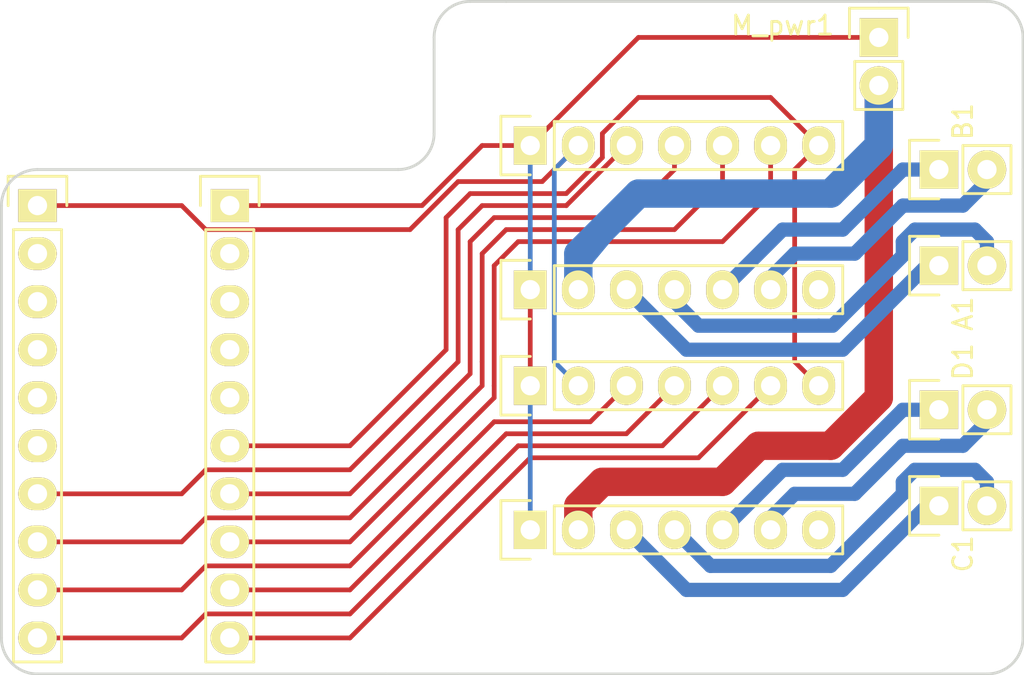
<source format=kicad_pcb>
(kicad_pcb (version 20171130) (host pcbnew "(5.1.12)-1")

  (general
    (thickness 1.6)
    (drawings 38)
    (tracks 190)
    (zones 0)
    (modules 11)
    (nets 32)
  )

  (page A4)
  (layers
    (0 F.Cu signal)
    (31 B.Cu signal)
    (32 B.Adhes user hide)
    (33 F.Adhes user hide)
    (34 B.Paste user hide)
    (35 F.Paste user hide)
    (36 B.SilkS user hide)
    (37 F.SilkS user hide)
    (38 B.Mask user hide)
    (39 F.Mask user hide)
    (40 Dwgs.User user hide)
    (41 Cmts.User user hide)
    (42 Eco1.User user hide)
    (43 Eco2.User user hide)
    (44 Edge.Cuts user)
    (45 Margin user hide)
    (46 B.CrtYd user hide)
    (47 F.CrtYd user hide)
    (48 B.Fab user hide)
    (49 F.Fab user hide)
  )

  (setup
    (last_trace_width 0.25)
    (trace_clearance 0.2)
    (zone_clearance 0.508)
    (zone_45_only no)
    (trace_min 0.2)
    (via_size 0.6)
    (via_drill 0.4)
    (via_min_size 0.4)
    (via_min_drill 0.3)
    (uvia_size 0.3)
    (uvia_drill 0.1)
    (uvias_allowed no)
    (uvia_min_size 0.2)
    (uvia_min_drill 0.1)
    (edge_width 0.15)
    (segment_width 0.2)
    (pcb_text_width 0.3)
    (pcb_text_size 1.5 1.5)
    (mod_edge_width 0.15)
    (mod_text_size 1 1)
    (mod_text_width 0.15)
    (pad_size 1.524 1.524)
    (pad_drill 0.762)
    (pad_to_mask_clearance -0.0762)
    (pad_to_paste_clearance -0.0762)
    (aux_axis_origin 0 0)
    (grid_origin 57.785 102.235)
    (visible_elements 7FFFEFFF)
    (pcbplotparams
      (layerselection 0x010c0_80000001)
      (usegerberextensions false)
      (usegerberattributes true)
      (usegerberadvancedattributes true)
      (creategerberjobfile true)
      (excludeedgelayer true)
      (linewidth 0.100000)
      (plotframeref false)
      (viasonmask false)
      (mode 1)
      (useauxorigin false)
      (hpglpennumber 1)
      (hpglpenspeed 20)
      (hpglpendiameter 15.000000)
      (psnegative false)
      (psa4output false)
      (plotreference true)
      (plotvalue true)
      (plotinvisibletext false)
      (padsonsilk false)
      (subtractmaskfromsilk false)
      (outputformat 1)
      (mirror false)
      (drillshape 0)
      (scaleselection 1)
      (outputdirectory "GPIO to motor gerb/"))
  )

  (net 0 "")
  (net 1 "Net-(A1-Pad1)")
  (net 2 "Net-(A1-Pad2)")
  (net 3 "Net-(B1-Pad1)")
  (net 4 "Net-(B1-Pad2)")
  (net 5 "Net-(C1-Pad1)")
  (net 6 "Net-(C1-Pad2)")
  (net 7 "Net-(D1-Pad1)")
  (net 8 "Net-(D1-Pad2)")
  (net 9 "Net-(GPIO1-Pad2)")
  (net 10 "Net-(GPIO1-Pad3)")
  (net 11 "Net-(GPIO1-Pad4)")
  (net 12 "Net-(GPIO1-Pad5)")
  (net 13 "Net-(GPIO1-Pad6)")
  (net 14 "Net-(GPIO1-Pad7)")
  (net 15 "Net-(GPIO1-Pad8)")
  (net 16 "Net-(GPIO1-Pad9)")
  (net 17 "Net-(GPIO1-Pad10)")
  (net 18 "Net-(PWM1-Pad2)")
  (net 19 "Net-(PWM1-Pad3)")
  (net 20 "Net-(PWM1-Pad4)")
  (net 21 "Net-(PWM1-Pad5)")
  (net 22 "Net-(PWM1-Pad6)")
  (net 23 "Net-(MaL2-Pad7)")
  (net 24 "Net-(MaR1-Pad3)")
  (net 25 "Net-(MaR1-Pad5)")
  (net 26 "Net-(MbL2-Pad7)")
  (net 27 "Net-(MbR1-Pad3)")
  (net 28 "Net-(MbR1-Pad5)")
  (net 29 GND)
  (net 30 +BATT)
  (net 31 +3V3)

  (net_class Default "This is the default net class."
    (clearance 0.2)
    (trace_width 0.25)
    (via_dia 0.6)
    (via_drill 0.4)
    (uvia_dia 0.3)
    (uvia_drill 0.1)
  )

  (net_class +3.3V ""
    (clearance 0.2)
    (trace_width 0.25)
    (via_dia 0.6)
    (via_drill 0.4)
    (uvia_dia 0.3)
    (uvia_drill 0.1)
    (add_net +3V3)
  )

  (net_class +Batt ""
    (clearance 0.2)
    (trace_width 1.5)
    (via_dia 0.6)
    (via_drill 0.4)
    (uvia_dia 0.3)
    (uvia_drill 0.1)
    (add_net +BATT)
  )

  (net_class GND ""
    (clearance 0.2)
    (trace_width 0.25)
    (via_dia 0.6)
    (via_drill 0.4)
    (uvia_dia 0.3)
    (uvia_drill 0.1)
    (add_net GND)
  )

  (net_class Motors ""
    (clearance 0.2)
    (trace_width 0.75)
    (via_dia 0.6)
    (via_drill 0.4)
    (uvia_dia 0.3)
    (uvia_drill 0.1)
    (add_net "Net-(A1-Pad1)")
    (add_net "Net-(A1-Pad2)")
    (add_net "Net-(B1-Pad1)")
    (add_net "Net-(B1-Pad2)")
    (add_net "Net-(C1-Pad1)")
    (add_net "Net-(C1-Pad2)")
    (add_net "Net-(D1-Pad1)")
    (add_net "Net-(D1-Pad2)")
  )

  (net_class Signal ""
    (clearance 0.2)
    (trace_width 0.25)
    (via_dia 0.6)
    (via_drill 0.4)
    (uvia_dia 0.3)
    (uvia_drill 0.1)
    (add_net "Net-(GPIO1-Pad10)")
    (add_net "Net-(GPIO1-Pad2)")
    (add_net "Net-(GPIO1-Pad3)")
    (add_net "Net-(GPIO1-Pad4)")
    (add_net "Net-(GPIO1-Pad5)")
    (add_net "Net-(GPIO1-Pad6)")
    (add_net "Net-(GPIO1-Pad7)")
    (add_net "Net-(GPIO1-Pad8)")
    (add_net "Net-(GPIO1-Pad9)")
    (add_net "Net-(MaL2-Pad7)")
    (add_net "Net-(MaR1-Pad3)")
    (add_net "Net-(MaR1-Pad5)")
    (add_net "Net-(MbL2-Pad7)")
    (add_net "Net-(MbR1-Pad3)")
    (add_net "Net-(MbR1-Pad5)")
    (add_net "Net-(PWM1-Pad2)")
    (add_net "Net-(PWM1-Pad3)")
    (add_net "Net-(PWM1-Pad4)")
    (add_net "Net-(PWM1-Pad5)")
    (add_net "Net-(PWM1-Pad6)")
  )

  (module Pin_Headers:Pin_Header_Straight_1x07 (layer F.Cu) (tedit 56A276F2) (tstamp 56A1B505)
    (at 85.725 86.995 90)
    (descr "Through hole pin header")
    (tags "pin header")
    (path /56A14DE8)
    (fp_text reference MaR1 (at 8.89 -63.5 90) (layer F.SilkS)
      (effects (font (size 1 1) (thickness 0.15)))
    )
    (fp_text value CONN_01X07 (at 40.005 -89.535 90) (layer F.Fab)
      (effects (font (size 1 1) (thickness 0.15)))
    )
    (fp_line (start -1.55 -1.55) (end 1.55 -1.55) (layer F.SilkS) (width 0.15))
    (fp_line (start -1.55 0) (end -1.55 -1.55) (layer F.SilkS) (width 0.15))
    (fp_line (start 1.27 1.27) (end -1.27 1.27) (layer F.SilkS) (width 0.15))
    (fp_line (start 1.55 -1.55) (end 1.55 0) (layer F.SilkS) (width 0.15))
    (fp_line (start -1.27 16.51) (end -1.27 1.27) (layer F.SilkS) (width 0.15))
    (fp_line (start 1.27 16.51) (end -1.27 16.51) (layer F.SilkS) (width 0.15))
    (fp_line (start 1.27 1.27) (end 1.27 16.51) (layer F.SilkS) (width 0.15))
    (fp_line (start -1.75 17) (end 1.75 17) (layer F.CrtYd) (width 0.05))
    (fp_line (start -1.75 -1.75) (end 1.75 -1.75) (layer F.CrtYd) (width 0.05))
    (fp_line (start 1.75 -1.75) (end 1.75 17) (layer F.CrtYd) (width 0.05))
    (fp_line (start -1.75 -1.75) (end -1.75 17) (layer F.CrtYd) (width 0.05))
    (pad 1 thru_hole rect (at 0 0 90) (size 2.032 1.7272) (drill 1.016) (layers *.Cu *.Mask F.SilkS)
      (net 29 GND))
    (pad 2 thru_hole oval (at 0 2.54 90) (size 2.032 1.7272) (drill 1.016) (layers *.Cu *.Mask F.SilkS)
      (net 31 +3V3))
    (pad 3 thru_hole oval (at 0 5.08 90) (size 2.032 1.7272) (drill 1.016) (layers *.Cu *.Mask F.SilkS)
      (net 24 "Net-(MaR1-Pad3)"))
    (pad 4 thru_hole oval (at 0 7.62 90) (size 2.032 1.7272) (drill 1.016) (layers *.Cu *.Mask F.SilkS)
      (net 16 "Net-(GPIO1-Pad9)"))
    (pad 5 thru_hole oval (at 0 10.16 90) (size 2.032 1.7272) (drill 1.016) (layers *.Cu *.Mask F.SilkS)
      (net 25 "Net-(MaR1-Pad5)"))
    (pad 6 thru_hole oval (at 0 12.7 90) (size 2.032 1.7272) (drill 1.016) (layers *.Cu *.Mask F.SilkS)
      (net 17 "Net-(GPIO1-Pad10)"))
    (pad 7 thru_hole oval (at 0 15.24 90) (size 2.032 1.7272) (drill 1.016) (layers *.Cu *.Mask F.SilkS)
      (net 13 "Net-(GPIO1-Pad6)"))
    (model Pin_Headers.3dshapes/Pin_Header_Straight_1x07.wrl
      (offset (xyz 0 -7.619999885559082 0))
      (scale (xyz 1 1 1))
      (rotate (xyz 0 0 90))
    )
  )

  (module Pin_Headers:Pin_Header_Straight_1x10 (layer F.Cu) (tedit 56A276E8) (tstamp 56A1B55B)
    (at 59.69 77.47)
    (descr "Through hole pin header")
    (tags "pin header")
    (path /56A14C5A)
    (fp_text reference PWM1 (at -30.48 -3.81) (layer F.SilkS)
      (effects (font (size 1 1) (thickness 0.15)))
    )
    (fp_text value CONN_01X10 (at -63.5 -33.02) (layer F.Fab)
      (effects (font (size 1 1) (thickness 0.15)))
    )
    (fp_line (start -1.55 -1.55) (end 1.55 -1.55) (layer F.SilkS) (width 0.15))
    (fp_line (start -1.55 0) (end -1.55 -1.55) (layer F.SilkS) (width 0.15))
    (fp_line (start 1.27 1.27) (end -1.27 1.27) (layer F.SilkS) (width 0.15))
    (fp_line (start 1.55 -1.55) (end 1.55 0) (layer F.SilkS) (width 0.15))
    (fp_line (start -1.27 24.13) (end -1.27 1.27) (layer F.SilkS) (width 0.15))
    (fp_line (start 1.27 24.13) (end -1.27 24.13) (layer F.SilkS) (width 0.15))
    (fp_line (start 1.27 1.27) (end 1.27 24.13) (layer F.SilkS) (width 0.15))
    (fp_line (start -1.75 24.65) (end 1.75 24.65) (layer F.CrtYd) (width 0.05))
    (fp_line (start -1.75 -1.75) (end 1.75 -1.75) (layer F.CrtYd) (width 0.05))
    (fp_line (start 1.75 -1.75) (end 1.75 24.65) (layer F.CrtYd) (width 0.05))
    (fp_line (start -1.75 -1.75) (end -1.75 24.65) (layer F.CrtYd) (width 0.05))
    (pad 1 thru_hole rect (at 0 0) (size 2.032 1.7272) (drill 1.016) (layers *.Cu *.Mask F.SilkS)
      (net 31 +3V3))
    (pad 2 thru_hole oval (at 0 2.54) (size 2.032 1.7272) (drill 1.016) (layers *.Cu *.Mask F.SilkS)
      (net 18 "Net-(PWM1-Pad2)"))
    (pad 3 thru_hole oval (at 0 5.08) (size 2.032 1.7272) (drill 1.016) (layers *.Cu *.Mask F.SilkS)
      (net 19 "Net-(PWM1-Pad3)"))
    (pad 4 thru_hole oval (at 0 7.62) (size 2.032 1.7272) (drill 1.016) (layers *.Cu *.Mask F.SilkS)
      (net 20 "Net-(PWM1-Pad4)"))
    (pad 5 thru_hole oval (at 0 10.16) (size 2.032 1.7272) (drill 1.016) (layers *.Cu *.Mask F.SilkS)
      (net 21 "Net-(PWM1-Pad5)"))
    (pad 6 thru_hole oval (at 0 12.7) (size 2.032 1.7272) (drill 1.016) (layers *.Cu *.Mask F.SilkS)
      (net 22 "Net-(PWM1-Pad6)"))
    (pad 7 thru_hole oval (at 0 15.24) (size 2.032 1.7272) (drill 1.016) (layers *.Cu *.Mask F.SilkS)
      (net 27 "Net-(MbR1-Pad3)"))
    (pad 8 thru_hole oval (at 0 17.78) (size 2.032 1.7272) (drill 1.016) (layers *.Cu *.Mask F.SilkS)
      (net 28 "Net-(MbR1-Pad5)"))
    (pad 9 thru_hole oval (at 0 20.32) (size 2.032 1.7272) (drill 1.016) (layers *.Cu *.Mask F.SilkS)
      (net 24 "Net-(MaR1-Pad3)"))
    (pad 10 thru_hole oval (at 0 22.86) (size 2.032 1.7272) (drill 1.016) (layers *.Cu *.Mask F.SilkS)
      (net 25 "Net-(MaR1-Pad5)"))
    (model Pin_Headers.3dshapes/Pin_Header_Straight_1x10.wrl
      (offset (xyz 0 -11.42999982833862 0))
      (scale (xyz 1 1 1))
      (rotate (xyz 0 0 90))
    )
  )

  (module Pin_Headers:Pin_Header_Straight_1x02 (layer F.Cu) (tedit 56A1EBB2) (tstamp 56A1B48D)
    (at 107.315 80.645 90)
    (descr "Through hole pin header")
    (tags "pin header")
    (path /56A15AE3)
    (fp_text reference A1 (at -2.54 1.27 90) (layer F.SilkS)
      (effects (font (size 1 1) (thickness 0.15)))
    )
    (fp_text value CONN_01X02 (at 38.1 -110.49 90) (layer F.Fab)
      (effects (font (size 1 1) (thickness 0.15)))
    )
    (fp_line (start -1.27 3.81) (end 1.27 3.81) (layer F.SilkS) (width 0.15))
    (fp_line (start -1.27 1.27) (end -1.27 3.81) (layer F.SilkS) (width 0.15))
    (fp_line (start -1.55 -1.55) (end 1.55 -1.55) (layer F.SilkS) (width 0.15))
    (fp_line (start -1.55 0) (end -1.55 -1.55) (layer F.SilkS) (width 0.15))
    (fp_line (start 1.27 1.27) (end -1.27 1.27) (layer F.SilkS) (width 0.15))
    (fp_line (start -1.75 4.3) (end 1.75 4.3) (layer F.CrtYd) (width 0.05))
    (fp_line (start -1.75 -1.75) (end 1.75 -1.75) (layer F.CrtYd) (width 0.05))
    (fp_line (start 1.75 -1.75) (end 1.75 4.3) (layer F.CrtYd) (width 0.05))
    (fp_line (start -1.75 -1.75) (end -1.75 4.3) (layer F.CrtYd) (width 0.05))
    (fp_line (start 1.55 -1.55) (end 1.55 0) (layer F.SilkS) (width 0.15))
    (fp_line (start 1.27 1.27) (end 1.27 3.81) (layer F.SilkS) (width 0.15))
    (pad 1 thru_hole rect (at 0 0 90) (size 2.032 2.032) (drill 1.016) (layers *.Cu *.Mask F.SilkS)
      (net 1 "Net-(A1-Pad1)"))
    (pad 2 thru_hole oval (at 0 2.54 90) (size 2.032 2.032) (drill 1.016) (layers *.Cu *.Mask F.SilkS)
      (net 2 "Net-(A1-Pad2)"))
    (model Pin_Headers.3dshapes/Pin_Header_Straight_1x02.wrl
      (offset (xyz 0 -1.269999980926514 0))
      (scale (xyz 1 1 1))
      (rotate (xyz 0 0 90))
    )
  )

  (module Pin_Headers:Pin_Header_Straight_1x02 (layer F.Cu) (tedit 56A1EBBF) (tstamp 56A1B49E)
    (at 107.315 75.565 90)
    (descr "Through hole pin header")
    (tags "pin header")
    (path /56A15BA7)
    (fp_text reference B1 (at 2.54 1.27 90) (layer F.SilkS)
      (effects (font (size 1 1) (thickness 0.15)))
    )
    (fp_text value CONN_01X02 (at 29.21 -111.76 90) (layer F.Fab)
      (effects (font (size 1 1) (thickness 0.15)))
    )
    (fp_line (start -1.27 3.81) (end 1.27 3.81) (layer F.SilkS) (width 0.15))
    (fp_line (start -1.27 1.27) (end -1.27 3.81) (layer F.SilkS) (width 0.15))
    (fp_line (start -1.55 -1.55) (end 1.55 -1.55) (layer F.SilkS) (width 0.15))
    (fp_line (start -1.55 0) (end -1.55 -1.55) (layer F.SilkS) (width 0.15))
    (fp_line (start 1.27 1.27) (end -1.27 1.27) (layer F.SilkS) (width 0.15))
    (fp_line (start -1.75 4.3) (end 1.75 4.3) (layer F.CrtYd) (width 0.05))
    (fp_line (start -1.75 -1.75) (end 1.75 -1.75) (layer F.CrtYd) (width 0.05))
    (fp_line (start 1.75 -1.75) (end 1.75 4.3) (layer F.CrtYd) (width 0.05))
    (fp_line (start -1.75 -1.75) (end -1.75 4.3) (layer F.CrtYd) (width 0.05))
    (fp_line (start 1.55 -1.55) (end 1.55 0) (layer F.SilkS) (width 0.15))
    (fp_line (start 1.27 1.27) (end 1.27 3.81) (layer F.SilkS) (width 0.15))
    (pad 1 thru_hole rect (at 0 0 90) (size 2.032 2.032) (drill 1.016) (layers *.Cu *.Mask F.SilkS)
      (net 3 "Net-(B1-Pad1)"))
    (pad 2 thru_hole oval (at 0 2.54 90) (size 2.032 2.032) (drill 1.016) (layers *.Cu *.Mask F.SilkS)
      (net 4 "Net-(B1-Pad2)"))
    (model Pin_Headers.3dshapes/Pin_Header_Straight_1x02.wrl
      (offset (xyz 0 -1.269999980926514 0))
      (scale (xyz 1 1 1))
      (rotate (xyz 0 0 90))
    )
  )

  (module Pin_Headers:Pin_Header_Straight_1x02 (layer F.Cu) (tedit 56A1EBC8) (tstamp 56A1B4AF)
    (at 107.315 93.345 90)
    (descr "Through hole pin header")
    (tags "pin header")
    (path /56A15C0A)
    (fp_text reference C1 (at -2.54 1.27 90) (layer F.SilkS)
      (effects (font (size 1 1) (thickness 0.15)))
    )
    (fp_text value CONN_01X02 (at 47.625 -110.49 90) (layer F.Fab)
      (effects (font (size 1 1) (thickness 0.15)))
    )
    (fp_line (start -1.27 3.81) (end 1.27 3.81) (layer F.SilkS) (width 0.15))
    (fp_line (start -1.27 1.27) (end -1.27 3.81) (layer F.SilkS) (width 0.15))
    (fp_line (start -1.55 -1.55) (end 1.55 -1.55) (layer F.SilkS) (width 0.15))
    (fp_line (start -1.55 0) (end -1.55 -1.55) (layer F.SilkS) (width 0.15))
    (fp_line (start 1.27 1.27) (end -1.27 1.27) (layer F.SilkS) (width 0.15))
    (fp_line (start -1.75 4.3) (end 1.75 4.3) (layer F.CrtYd) (width 0.05))
    (fp_line (start -1.75 -1.75) (end 1.75 -1.75) (layer F.CrtYd) (width 0.05))
    (fp_line (start 1.75 -1.75) (end 1.75 4.3) (layer F.CrtYd) (width 0.05))
    (fp_line (start -1.75 -1.75) (end -1.75 4.3) (layer F.CrtYd) (width 0.05))
    (fp_line (start 1.55 -1.55) (end 1.55 0) (layer F.SilkS) (width 0.15))
    (fp_line (start 1.27 1.27) (end 1.27 3.81) (layer F.SilkS) (width 0.15))
    (pad 1 thru_hole rect (at 0 0 90) (size 2.032 2.032) (drill 1.016) (layers *.Cu *.Mask F.SilkS)
      (net 5 "Net-(C1-Pad1)"))
    (pad 2 thru_hole oval (at 0 2.54 90) (size 2.032 2.032) (drill 1.016) (layers *.Cu *.Mask F.SilkS)
      (net 6 "Net-(C1-Pad2)"))
    (model Pin_Headers.3dshapes/Pin_Header_Straight_1x02.wrl
      (offset (xyz 0 -1.269999980926514 0))
      (scale (xyz 1 1 1))
      (rotate (xyz 0 0 90))
    )
  )

  (module Pin_Headers:Pin_Header_Straight_1x02 (layer F.Cu) (tedit 56A1EBB5) (tstamp 56A1B4C0)
    (at 107.315 88.265 90)
    (descr "Through hole pin header")
    (tags "pin header")
    (path /56A15C58)
    (fp_text reference D1 (at 2.54 1.27 90) (layer F.SilkS)
      (effects (font (size 1 1) (thickness 0.15)))
    )
    (fp_text value CONN_01X02 (at 45.72 -106.68 90) (layer F.Fab)
      (effects (font (size 1 1) (thickness 0.15)))
    )
    (fp_line (start -1.27 3.81) (end 1.27 3.81) (layer F.SilkS) (width 0.15))
    (fp_line (start -1.27 1.27) (end -1.27 3.81) (layer F.SilkS) (width 0.15))
    (fp_line (start -1.55 -1.55) (end 1.55 -1.55) (layer F.SilkS) (width 0.15))
    (fp_line (start -1.55 0) (end -1.55 -1.55) (layer F.SilkS) (width 0.15))
    (fp_line (start 1.27 1.27) (end -1.27 1.27) (layer F.SilkS) (width 0.15))
    (fp_line (start -1.75 4.3) (end 1.75 4.3) (layer F.CrtYd) (width 0.05))
    (fp_line (start -1.75 -1.75) (end 1.75 -1.75) (layer F.CrtYd) (width 0.05))
    (fp_line (start 1.75 -1.75) (end 1.75 4.3) (layer F.CrtYd) (width 0.05))
    (fp_line (start -1.75 -1.75) (end -1.75 4.3) (layer F.CrtYd) (width 0.05))
    (fp_line (start 1.55 -1.55) (end 1.55 0) (layer F.SilkS) (width 0.15))
    (fp_line (start 1.27 1.27) (end 1.27 3.81) (layer F.SilkS) (width 0.15))
    (pad 1 thru_hole rect (at 0 0 90) (size 2.032 2.032) (drill 1.016) (layers *.Cu *.Mask F.SilkS)
      (net 7 "Net-(D1-Pad1)"))
    (pad 2 thru_hole oval (at 0 2.54 90) (size 2.032 2.032) (drill 1.016) (layers *.Cu *.Mask F.SilkS)
      (net 8 "Net-(D1-Pad2)"))
    (model Pin_Headers.3dshapes/Pin_Header_Straight_1x02.wrl
      (offset (xyz 0 -1.269999980926514 0))
      (scale (xyz 1 1 1))
      (rotate (xyz 0 0 90))
    )
  )

  (module Pin_Headers:Pin_Header_Straight_1x10 (layer F.Cu) (tedit 56A276EA) (tstamp 56A1B4D9)
    (at 69.85 77.47)
    (descr "Through hole pin header")
    (tags "pin header")
    (path /56A14A47)
    (fp_text reference GPIO1 (at -41.91 -1.27) (layer F.SilkS)
      (effects (font (size 1 1) (thickness 0.15)))
    )
    (fp_text value CONN_01X10 (at -74.93 -34.29) (layer F.Fab)
      (effects (font (size 1 1) (thickness 0.15)))
    )
    (fp_line (start -1.55 -1.55) (end 1.55 -1.55) (layer F.SilkS) (width 0.15))
    (fp_line (start -1.55 0) (end -1.55 -1.55) (layer F.SilkS) (width 0.15))
    (fp_line (start 1.27 1.27) (end -1.27 1.27) (layer F.SilkS) (width 0.15))
    (fp_line (start 1.55 -1.55) (end 1.55 0) (layer F.SilkS) (width 0.15))
    (fp_line (start -1.27 24.13) (end -1.27 1.27) (layer F.SilkS) (width 0.15))
    (fp_line (start 1.27 24.13) (end -1.27 24.13) (layer F.SilkS) (width 0.15))
    (fp_line (start 1.27 1.27) (end 1.27 24.13) (layer F.SilkS) (width 0.15))
    (fp_line (start -1.75 24.65) (end 1.75 24.65) (layer F.CrtYd) (width 0.05))
    (fp_line (start -1.75 -1.75) (end 1.75 -1.75) (layer F.CrtYd) (width 0.05))
    (fp_line (start 1.75 -1.75) (end 1.75 24.65) (layer F.CrtYd) (width 0.05))
    (fp_line (start -1.75 -1.75) (end -1.75 24.65) (layer F.CrtYd) (width 0.05))
    (pad 1 thru_hole rect (at 0 0) (size 2.032 1.7272) (drill 1.016) (layers *.Cu *.Mask F.SilkS)
      (net 29 GND))
    (pad 2 thru_hole oval (at 0 2.54) (size 2.032 1.7272) (drill 1.016) (layers *.Cu *.Mask F.SilkS)
      (net 9 "Net-(GPIO1-Pad2)"))
    (pad 3 thru_hole oval (at 0 5.08) (size 2.032 1.7272) (drill 1.016) (layers *.Cu *.Mask F.SilkS)
      (net 10 "Net-(GPIO1-Pad3)"))
    (pad 4 thru_hole oval (at 0 7.62) (size 2.032 1.7272) (drill 1.016) (layers *.Cu *.Mask F.SilkS)
      (net 11 "Net-(GPIO1-Pad4)"))
    (pad 5 thru_hole oval (at 0 10.16) (size 2.032 1.7272) (drill 1.016) (layers *.Cu *.Mask F.SilkS)
      (net 12 "Net-(GPIO1-Pad5)"))
    (pad 6 thru_hole oval (at 0 12.7) (size 2.032 1.7272) (drill 1.016) (layers *.Cu *.Mask F.SilkS)
      (net 13 "Net-(GPIO1-Pad6)"))
    (pad 7 thru_hole oval (at 0 15.24) (size 2.032 1.7272) (drill 1.016) (layers *.Cu *.Mask F.SilkS)
      (net 14 "Net-(GPIO1-Pad7)"))
    (pad 8 thru_hole oval (at 0 17.78) (size 2.032 1.7272) (drill 1.016) (layers *.Cu *.Mask F.SilkS)
      (net 15 "Net-(GPIO1-Pad8)"))
    (pad 9 thru_hole oval (at 0 20.32) (size 2.032 1.7272) (drill 1.016) (layers *.Cu *.Mask F.SilkS)
      (net 16 "Net-(GPIO1-Pad9)"))
    (pad 10 thru_hole oval (at 0 22.86) (size 2.032 1.7272) (drill 1.016) (layers *.Cu *.Mask F.SilkS)
      (net 17 "Net-(GPIO1-Pad10)"))
    (model Pin_Headers.3dshapes/Pin_Header_Straight_1x10.wrl
      (offset (xyz 0 -11.42999982833862 0))
      (scale (xyz 1 1 1))
      (rotate (xyz 0 0 90))
    )
  )

  (module Pin_Headers:Pin_Header_Straight_1x07 (layer F.Cu) (tedit 56A276F0) (tstamp 56A1B4EF)
    (at 85.725 94.615 90)
    (descr "Through hole pin header")
    (tags "pin header")
    (path /56A1532E)
    (fp_text reference MaL2 (at 8.89 -60.96 90) (layer F.SilkS)
      (effects (font (size 1 1) (thickness 0.15)))
    )
    (fp_text value CONN_01X07 (at 43.815 -85.09 90) (layer F.Fab)
      (effects (font (size 1 1) (thickness 0.15)))
    )
    (fp_line (start -1.55 -1.55) (end 1.55 -1.55) (layer F.SilkS) (width 0.15))
    (fp_line (start -1.55 0) (end -1.55 -1.55) (layer F.SilkS) (width 0.15))
    (fp_line (start 1.27 1.27) (end -1.27 1.27) (layer F.SilkS) (width 0.15))
    (fp_line (start 1.55 -1.55) (end 1.55 0) (layer F.SilkS) (width 0.15))
    (fp_line (start -1.27 16.51) (end -1.27 1.27) (layer F.SilkS) (width 0.15))
    (fp_line (start 1.27 16.51) (end -1.27 16.51) (layer F.SilkS) (width 0.15))
    (fp_line (start 1.27 1.27) (end 1.27 16.51) (layer F.SilkS) (width 0.15))
    (fp_line (start -1.75 17) (end 1.75 17) (layer F.CrtYd) (width 0.05))
    (fp_line (start -1.75 -1.75) (end 1.75 -1.75) (layer F.CrtYd) (width 0.05))
    (fp_line (start 1.75 -1.75) (end 1.75 17) (layer F.CrtYd) (width 0.05))
    (fp_line (start -1.75 -1.75) (end -1.75 17) (layer F.CrtYd) (width 0.05))
    (pad 1 thru_hole rect (at 0 0 90) (size 2.032 1.7272) (drill 1.016) (layers *.Cu *.Mask F.SilkS)
      (net 29 GND))
    (pad 2 thru_hole oval (at 0 2.54 90) (size 2.032 1.7272) (drill 1.016) (layers *.Cu *.Mask F.SilkS)
      (net 30 +BATT))
    (pad 3 thru_hole oval (at 0 5.08 90) (size 2.032 1.7272) (drill 1.016) (layers *.Cu *.Mask F.SilkS)
      (net 5 "Net-(C1-Pad1)"))
    (pad 4 thru_hole oval (at 0 7.62 90) (size 2.032 1.7272) (drill 1.016) (layers *.Cu *.Mask F.SilkS)
      (net 6 "Net-(C1-Pad2)"))
    (pad 5 thru_hole oval (at 0 10.16 90) (size 2.032 1.7272) (drill 1.016) (layers *.Cu *.Mask F.SilkS)
      (net 7 "Net-(D1-Pad1)"))
    (pad 6 thru_hole oval (at 0 12.7 90) (size 2.032 1.7272) (drill 1.016) (layers *.Cu *.Mask F.SilkS)
      (net 8 "Net-(D1-Pad2)"))
    (pad 7 thru_hole oval (at 0 15.24 90) (size 2.032 1.7272) (drill 1.016) (layers *.Cu *.Mask F.SilkS)
      (net 23 "Net-(MaL2-Pad7)"))
    (model Pin_Headers.3dshapes/Pin_Header_Straight_1x07.wrl
      (offset (xyz 0 -7.619999885559082 0))
      (scale (xyz 1 1 1))
      (rotate (xyz 0 0 90))
    )
  )

  (module Pin_Headers:Pin_Header_Straight_1x07 (layer F.Cu) (tedit 56A276EE) (tstamp 56A1B51B)
    (at 85.725 81.915 90)
    (descr "Through hole pin header")
    (tags "pin header")
    (path /56A152E5)
    (fp_text reference MbL2 (at -3.175 -62.865 90) (layer F.SilkS)
      (effects (font (size 1 1) (thickness 0.15)))
    )
    (fp_text value CONN_01X07 (at 12.065 -89.535 90) (layer F.Fab)
      (effects (font (size 1 1) (thickness 0.15)))
    )
    (fp_line (start -1.55 -1.55) (end 1.55 -1.55) (layer F.SilkS) (width 0.15))
    (fp_line (start -1.55 0) (end -1.55 -1.55) (layer F.SilkS) (width 0.15))
    (fp_line (start 1.27 1.27) (end -1.27 1.27) (layer F.SilkS) (width 0.15))
    (fp_line (start 1.55 -1.55) (end 1.55 0) (layer F.SilkS) (width 0.15))
    (fp_line (start -1.27 16.51) (end -1.27 1.27) (layer F.SilkS) (width 0.15))
    (fp_line (start 1.27 16.51) (end -1.27 16.51) (layer F.SilkS) (width 0.15))
    (fp_line (start 1.27 1.27) (end 1.27 16.51) (layer F.SilkS) (width 0.15))
    (fp_line (start -1.75 17) (end 1.75 17) (layer F.CrtYd) (width 0.05))
    (fp_line (start -1.75 -1.75) (end 1.75 -1.75) (layer F.CrtYd) (width 0.05))
    (fp_line (start 1.75 -1.75) (end 1.75 17) (layer F.CrtYd) (width 0.05))
    (fp_line (start -1.75 -1.75) (end -1.75 17) (layer F.CrtYd) (width 0.05))
    (pad 1 thru_hole rect (at 0 0 90) (size 2.032 1.7272) (drill 1.016) (layers *.Cu *.Mask F.SilkS)
      (net 29 GND))
    (pad 2 thru_hole oval (at 0 2.54 90) (size 2.032 1.7272) (drill 1.016) (layers *.Cu *.Mask F.SilkS)
      (net 30 +BATT))
    (pad 3 thru_hole oval (at 0 5.08 90) (size 2.032 1.7272) (drill 1.016) (layers *.Cu *.Mask F.SilkS)
      (net 1 "Net-(A1-Pad1)"))
    (pad 4 thru_hole oval (at 0 7.62 90) (size 2.032 1.7272) (drill 1.016) (layers *.Cu *.Mask F.SilkS)
      (net 2 "Net-(A1-Pad2)"))
    (pad 5 thru_hole oval (at 0 10.16 90) (size 2.032 1.7272) (drill 1.016) (layers *.Cu *.Mask F.SilkS)
      (net 3 "Net-(B1-Pad1)"))
    (pad 6 thru_hole oval (at 0 12.7 90) (size 2.032 1.7272) (drill 1.016) (layers *.Cu *.Mask F.SilkS)
      (net 4 "Net-(B1-Pad2)"))
    (pad 7 thru_hole oval (at 0 15.24 90) (size 2.032 1.7272) (drill 1.016) (layers *.Cu *.Mask F.SilkS)
      (net 26 "Net-(MbL2-Pad7)"))
    (model Pin_Headers.3dshapes/Pin_Header_Straight_1x07.wrl
      (offset (xyz 0 -7.619999885559082 0))
      (scale (xyz 1 1 1))
      (rotate (xyz 0 0 90))
    )
  )

  (module Pin_Headers:Pin_Header_Straight_1x07 (layer F.Cu) (tedit 56A276EC) (tstamp 56A1B531)
    (at 85.725 74.295 90)
    (descr "Through hole pin header")
    (tags "pin header")
    (path /56A14D21)
    (fp_text reference MbR1 (at -5.08 -59.055 90) (layer F.SilkS)
      (effects (font (size 1 1) (thickness 0.15)))
    )
    (fp_text value CONN_01X07 (at 13.97 -89.535 90) (layer F.Fab)
      (effects (font (size 1 1) (thickness 0.15)))
    )
    (fp_line (start -1.55 -1.55) (end 1.55 -1.55) (layer F.SilkS) (width 0.15))
    (fp_line (start -1.55 0) (end -1.55 -1.55) (layer F.SilkS) (width 0.15))
    (fp_line (start 1.27 1.27) (end -1.27 1.27) (layer F.SilkS) (width 0.15))
    (fp_line (start 1.55 -1.55) (end 1.55 0) (layer F.SilkS) (width 0.15))
    (fp_line (start -1.27 16.51) (end -1.27 1.27) (layer F.SilkS) (width 0.15))
    (fp_line (start 1.27 16.51) (end -1.27 16.51) (layer F.SilkS) (width 0.15))
    (fp_line (start 1.27 1.27) (end 1.27 16.51) (layer F.SilkS) (width 0.15))
    (fp_line (start -1.75 17) (end 1.75 17) (layer F.CrtYd) (width 0.05))
    (fp_line (start -1.75 -1.75) (end 1.75 -1.75) (layer F.CrtYd) (width 0.05))
    (fp_line (start 1.75 -1.75) (end 1.75 17) (layer F.CrtYd) (width 0.05))
    (fp_line (start -1.75 -1.75) (end -1.75 17) (layer F.CrtYd) (width 0.05))
    (pad 1 thru_hole rect (at 0 0 90) (size 2.032 1.7272) (drill 1.016) (layers *.Cu *.Mask F.SilkS)
      (net 29 GND))
    (pad 2 thru_hole oval (at 0 2.54 90) (size 2.032 1.7272) (drill 1.016) (layers *.Cu *.Mask F.SilkS)
      (net 31 +3V3))
    (pad 3 thru_hole oval (at 0 5.08 90) (size 2.032 1.7272) (drill 1.016) (layers *.Cu *.Mask F.SilkS)
      (net 27 "Net-(MbR1-Pad3)"))
    (pad 4 thru_hole oval (at 0 7.62 90) (size 2.032 1.7272) (drill 1.016) (layers *.Cu *.Mask F.SilkS)
      (net 14 "Net-(GPIO1-Pad7)"))
    (pad 5 thru_hole oval (at 0 10.16 90) (size 2.032 1.7272) (drill 1.016) (layers *.Cu *.Mask F.SilkS)
      (net 28 "Net-(MbR1-Pad5)"))
    (pad 6 thru_hole oval (at 0 12.7 90) (size 2.032 1.7272) (drill 1.016) (layers *.Cu *.Mask F.SilkS)
      (net 15 "Net-(GPIO1-Pad8)"))
    (pad 7 thru_hole oval (at 0 15.24 90) (size 2.032 1.7272) (drill 1.016) (layers *.Cu *.Mask F.SilkS)
      (net 13 "Net-(GPIO1-Pad6)"))
    (model Pin_Headers.3dshapes/Pin_Header_Straight_1x07.wrl
      (offset (xyz 0 -7.619999885559082 0))
      (scale (xyz 1 1 1))
      (rotate (xyz 0 0 90))
    )
  )

  (module Pin_Headers:Pin_Header_Straight_1x02 (layer F.Cu) (tedit 56A1EBB7) (tstamp 56A1B542)
    (at 104.14 68.58)
    (descr "Through hole pin header")
    (tags "pin header")
    (path /56A166F4)
    (fp_text reference M_pwr1 (at -5.08 -0.635) (layer F.SilkS)
      (effects (font (size 1 1) (thickness 0.15)))
    )
    (fp_text value CONN_01X02 (at -106.68 -16.51) (layer F.Fab)
      (effects (font (size 1 1) (thickness 0.15)))
    )
    (fp_line (start -1.27 3.81) (end 1.27 3.81) (layer F.SilkS) (width 0.15))
    (fp_line (start -1.27 1.27) (end -1.27 3.81) (layer F.SilkS) (width 0.15))
    (fp_line (start -1.55 -1.55) (end 1.55 -1.55) (layer F.SilkS) (width 0.15))
    (fp_line (start -1.55 0) (end -1.55 -1.55) (layer F.SilkS) (width 0.15))
    (fp_line (start 1.27 1.27) (end -1.27 1.27) (layer F.SilkS) (width 0.15))
    (fp_line (start -1.75 4.3) (end 1.75 4.3) (layer F.CrtYd) (width 0.05))
    (fp_line (start -1.75 -1.75) (end 1.75 -1.75) (layer F.CrtYd) (width 0.05))
    (fp_line (start 1.75 -1.75) (end 1.75 4.3) (layer F.CrtYd) (width 0.05))
    (fp_line (start -1.75 -1.75) (end -1.75 4.3) (layer F.CrtYd) (width 0.05))
    (fp_line (start 1.55 -1.55) (end 1.55 0) (layer F.SilkS) (width 0.15))
    (fp_line (start 1.27 1.27) (end 1.27 3.81) (layer F.SilkS) (width 0.15))
    (pad 1 thru_hole rect (at 0 0) (size 2.032 2.032) (drill 1.016) (layers *.Cu *.Mask F.SilkS)
      (net 29 GND))
    (pad 2 thru_hole oval (at 0 2.54) (size 2.032 2.032) (drill 1.016) (layers *.Cu *.Mask F.SilkS)
      (net 30 +BATT))
    (model Pin_Headers.3dshapes/Pin_Header_Straight_1x02.wrl
      (offset (xyz 0 -1.269999980926514 0))
      (scale (xyz 1 1 1))
      (rotate (xyz 0 0 90))
    )
  )

  (gr_line (start 104.14 66.675) (end 109.855 66.675) (angle 90) (layer Edge.Cuts) (width 0.15))
  (gr_line (start 111.76 75.565) (end 111.76 68.58) (angle 90) (layer Edge.Cuts) (width 0.15))
  (gr_line (start 111.76 100.33) (end 111.76 95.885) (angle 90) (layer Edge.Cuts) (width 0.15))
  (gr_line (start 78.105 102.235) (end 81.915 102.235) (angle 90) (layer Edge.Cuts) (width 0.15))
  (gr_line (start 78.74 75.565) (end 59.69 75.565) (angle 90) (layer Edge.Cuts) (width 0.15))
  (gr_line (start 57.785 100.33) (end 57.785 77.47) (angle 90) (layer Edge.Cuts) (width 0.15))
  (gr_line (start 78.105 102.235) (end 59.69 102.235) (angle 90) (layer Edge.Cuts) (width 0.15))
  (gr_line (start 58.42 101.6) (end 58.42 74.93) (angle 90) (layer Eco1.User) (width 0.2))
  (gr_line (start 109.855 102.235) (end 81.915 102.235) (angle 90) (layer Edge.Cuts) (width 0.15))
  (gr_line (start 111.76 93.98) (end 111.76 95.885) (angle 90) (layer Edge.Cuts) (width 0.15))
  (gr_line (start 111.76 75.565) (end 111.76 93.98) (angle 90) (layer Edge.Cuts) (width 0.15))
  (gr_line (start 80.645 68.58) (end 80.645 69.215) (angle 90) (layer Edge.Cuts) (width 0.15))
  (gr_line (start 104.14 66.675) (end 84.455 66.675) (angle 90) (layer Edge.Cuts) (width 0.15))
  (gr_line (start 82.55 66.675) (end 84.455 66.675) (angle 90) (layer Edge.Cuts) (width 0.15))
  (gr_line (start 80.645 73.66) (end 80.645 69.215) (angle 90) (layer Edge.Cuts) (width 0.15))
  (gr_line (start 80.01 73.025) (end 80.01 28.575) (angle 90) (layer Eco1.User) (width 0.2))
  (gr_line (start 84.455 73.025) (end 84.455 83.185) (angle 90) (layer Eco1.User) (width 0.2))
  (gr_line (start 102.235 73.025) (end 84.455 73.025) (angle 90) (layer Eco1.User) (width 0.2))
  (gr_line (start 102.235 83.185) (end 102.235 73.025) (angle 90) (layer Eco1.User) (width 0.2))
  (gr_line (start 84.455 83.185) (end 102.235 83.185) (angle 90) (layer Eco1.User) (width 0.2))
  (gr_line (start 102.235 85.725) (end 84.455 85.725) (angle 90) (layer Eco1.User) (width 0.2))
  (gr_line (start 102.235 95.885) (end 102.235 85.725) (angle 90) (layer Eco1.User) (width 0.2))
  (gr_line (start 84.455 95.885) (end 102.235 95.885) (angle 90) (layer Eco1.User) (width 0.2))
  (gr_line (start 84.455 85.725) (end 84.455 95.885) (angle 90) (layer Eco1.User) (width 0.2))
  (gr_line (start 78.74 30.48) (end 80.01 30.48) (angle 90) (layer Eco1.User) (width 0.2))
  (gr_line (start 49.53 30.48) (end 80.01 30.48) (angle 90) (layer Eco1.User) (width 0.2))
  (gr_line (start 49.53 74.93) (end 49.53 30.48) (angle 90) (layer Eco1.User) (width 0.2))
  (gr_line (start 58.42 74.93) (end 49.53 74.93) (angle 90) (layer Eco1.User) (width 0.2))
  (gr_line (start 69.215 74.93) (end 78.105 74.93) (angle 90) (layer Eco1.User) (width 0.2))
  (gr_line (start 71.12 101.6) (end 71.12 74.93) (angle 90) (layer Eco1.User) (width 0.2))
  (gr_line (start 58.42 101.6) (end 71.12 101.6) (angle 90) (layer Eco1.User) (width 0.2))
  (gr_arc (start 109.855 68.58) (end 109.855 66.675) (angle 90) (layer Edge.Cuts) (width 0.15))
  (gr_arc (start 59.69 100.33) (end 59.69 102.235) (angle 90) (layer Edge.Cuts) (width 0.15))
  (gr_arc (start 59.69 77.47) (end 57.785 77.47) (angle 90) (layer Edge.Cuts) (width 0.15))
  (gr_arc (start 109.855 100.33) (end 111.76 100.33) (angle 90) (layer Edge.Cuts) (width 0.15))
  (gr_arc (start 82.55 68.58) (end 80.645 68.58) (angle 90) (layer Edge.Cuts) (width 0.15))
  (gr_arc (start 78.74 73.66) (end 80.645 73.66) (angle 90) (layer Edge.Cuts) (width 0.15))
  (gr_arc (start 78.105 73.025) (end 80.01 73.025) (angle 90) (layer Eco1.User) (width 0.2))

  (segment (start 107.315 80.645) (end 106.68 80.645) (width 0.75) (layer B.Cu) (net 1))
  (segment (start 106.68 80.645) (end 102.235 85.09) (width 0.75) (layer B.Cu) (net 1) (tstamp 56A28DBB))
  (segment (start 102.235 85.09) (end 93.98 85.09) (width 0.75) (layer B.Cu) (net 1) (tstamp 56A28DC3))
  (segment (start 93.98 85.09) (end 90.805 81.915) (width 0.75) (layer B.Cu) (net 1) (tstamp 56A28DC6))
  (segment (start 90.805 81.915) (end 93.98 85.09) (width 0.5) (layer B.Cu) (net 1))
  (segment (start 100.965 83.82) (end 94.615 83.82) (width 0.75) (layer B.Cu) (net 2))
  (segment (start 94.615 83.82) (end 93.345 82.55) (width 0.75) (layer B.Cu) (net 2) (tstamp 56A28DAA))
  (segment (start 93.345 82.55) (end 93.345 81.915) (width 0.75) (layer B.Cu) (net 2) (tstamp 56A28DAC))
  (segment (start 93.345 82.55) (end 93.345 81.915) (width 0.75) (layer B.Cu) (net 2) (tstamp 56A28D9E))
  (segment (start 109.855 80.645) (end 109.855 79.375) (width 0.75) (layer B.Cu) (net 2))
  (segment (start 109.855 79.375) (end 109.22 78.74) (width 0.75) (layer B.Cu) (net 2) (tstamp 56A28D89))
  (segment (start 109.22 78.74) (end 106.045 78.74) (width 0.75) (layer B.Cu) (net 2) (tstamp 56A28D8A))
  (segment (start 106.045 78.74) (end 105.41 79.375) (width 0.75) (layer B.Cu) (net 2) (tstamp 56A28D8B))
  (segment (start 105.41 79.375) (end 105.41 80.11327) (width 0.75) (layer B.Cu) (net 2) (tstamp 56A28D8C))
  (segment (start 105.41 80.11327) (end 101.70327 83.82) (width 0.75) (layer B.Cu) (net 2) (tstamp 56A28D8D))
  (segment (start 101.70327 83.82) (end 100.965 83.82) (width 0.75) (layer B.Cu) (net 2) (tstamp 56A28D95))
  (segment (start 93.345 81.915) (end 93.345 82.55) (width 0.5) (layer B.Cu) (net 2))
  (segment (start 100.965 83.82) (end 101.880048 83.82) (width 0.5) (layer B.Cu) (net 2) (tstamp 56A28D9A))
  (segment (start 101.880048 83.82) (end 105.41 80.290048) (width 0.5) (layer B.Cu) (net 2) (tstamp 56A27DDC))
  (segment (start 105.41 80.290048) (end 105.41 79.375) (width 0.5) (layer B.Cu) (net 2) (tstamp 56A27DE1))
  (segment (start 105.41 79.375) (end 106.045 78.74) (width 0.5) (layer B.Cu) (net 2) (tstamp 56A27DE3))
  (segment (start 106.045 78.74) (end 109.22 78.74) (width 0.5) (layer B.Cu) (net 2) (tstamp 56A27DE4))
  (segment (start 109.22 78.74) (end 109.855 79.375) (width 0.5) (layer B.Cu) (net 2) (tstamp 56A27DE5))
  (segment (start 107.315 75.565) (end 105.41 75.565) (width 0.75) (layer B.Cu) (net 3))
  (segment (start 105.41 75.565) (end 102.235 78.74) (width 0.75) (layer B.Cu) (net 3) (tstamp 56A28D63))
  (segment (start 102.235 78.74) (end 99.06 78.74) (width 0.75) (layer B.Cu) (net 3) (tstamp 56A28D64))
  (segment (start 99.06 78.74) (end 95.885 81.915) (width 0.75) (layer B.Cu) (net 3) (tstamp 56A28D66))
  (segment (start 95.885 81.915) (end 98.425 79.375) (width 0.5) (layer B.Cu) (net 3))
  (segment (start 102.235 78.74) (end 105.41 75.565) (width 0.5) (layer B.Cu) (net 3) (tstamp 56A27DBE))
  (segment (start 99.06 78.74) (end 102.235 78.74) (width 0.5) (layer B.Cu) (net 3) (tstamp 56A27DBB))
  (segment (start 98.425 79.375) (end 99.06 78.74) (width 0.5) (layer B.Cu) (net 3) (tstamp 56A27DBA))
  (segment (start 106.68 75.565) (end 107.315 75.565) (width 0.25) (layer B.Cu) (net 3) (tstamp 56A1C738))
  (segment (start 106.68 75.565) (end 107.315 75.565) (width 0.25) (layer F.Cu) (net 3) (tstamp 56A1BC13))
  (segment (start 109.855 75.565) (end 109.855 76.2) (width 0.75) (layer B.Cu) (net 4))
  (segment (start 109.855 76.2) (end 108.585 77.47) (width 0.75) (layer B.Cu) (net 4) (tstamp 56A28D6A))
  (segment (start 108.585 77.47) (end 105.41 77.47) (width 0.75) (layer B.Cu) (net 4) (tstamp 56A28D6B))
  (segment (start 105.41 77.47) (end 102.87 80.01) (width 0.75) (layer B.Cu) (net 4) (tstamp 56A28D71))
  (segment (start 102.87 80.01) (end 99.695 80.01) (width 0.75) (layer B.Cu) (net 4) (tstamp 56A28D73))
  (segment (start 99.695 80.01) (end 98.425 81.28) (width 0.75) (layer B.Cu) (net 4) (tstamp 56A28D75))
  (segment (start 98.425 81.28) (end 98.425 81.915) (width 0.75) (layer B.Cu) (net 4) (tstamp 56A28D7A))
  (segment (start 108.585 77.47) (end 109.855 76.2) (width 0.5) (layer B.Cu) (net 4) (tstamp 56A27DB3))
  (segment (start 90.805 94.615) (end 93.98 97.79) (width 0.75) (layer B.Cu) (net 5))
  (segment (start 93.98 97.79) (end 102.235 97.79) (width 0.75) (layer B.Cu) (net 5) (tstamp 56A28E0C))
  (segment (start 102.235 97.79) (end 106.68 93.345) (width 0.75) (layer B.Cu) (net 5) (tstamp 56A28E0D))
  (segment (start 106.68 93.345) (end 107.315 93.345) (width 0.75) (layer B.Cu) (net 5) (tstamp 56A28E0F))
  (segment (start 109.855 93.345) (end 109.855 92.075) (width 0.75) (layer B.Cu) (net 6))
  (segment (start 109.855 92.075) (end 109.22 91.44) (width 0.75) (layer B.Cu) (net 6) (tstamp 56A28DF6))
  (segment (start 109.22 91.44) (end 106.045 91.44) (width 0.75) (layer B.Cu) (net 6) (tstamp 56A28DF7))
  (segment (start 106.045 91.44) (end 105.41 92.075) (width 0.75) (layer B.Cu) (net 6) (tstamp 56A28DF8))
  (segment (start 105.41 92.075) (end 105.41 92.71) (width 0.75) (layer B.Cu) (net 6) (tstamp 56A28DF9))
  (segment (start 105.41 92.71) (end 101.6 96.52) (width 0.75) (layer B.Cu) (net 6) (tstamp 56A28DFA))
  (segment (start 101.6 96.52) (end 95.25 96.52) (width 0.75) (layer B.Cu) (net 6) (tstamp 56A28DFB))
  (segment (start 95.25 96.52) (end 93.345 94.615) (width 0.75) (layer B.Cu) (net 6) (tstamp 56A28DFD))
  (segment (start 93.345 94.615) (end 95.25 96.52) (width 0.5) (layer B.Cu) (net 6))
  (segment (start 109.22 91.44) (end 109.855 92.075) (width 0.5) (layer B.Cu) (net 6) (tstamp 56A27E0B))
  (segment (start 106.045 91.44) (end 109.22 91.44) (width 0.5) (layer B.Cu) (net 6) (tstamp 56A27E0A))
  (segment (start 105.41 92.075) (end 106.045 91.44) (width 0.5) (layer B.Cu) (net 6) (tstamp 56A27E09))
  (segment (start 105.41 92.71) (end 105.41 92.075) (width 0.5) (layer B.Cu) (net 6) (tstamp 56A27E03))
  (segment (start 101.6 96.52) (end 105.41 92.71) (width 0.5) (layer B.Cu) (net 6) (tstamp 56A27E02))
  (segment (start 95.25 96.52) (end 101.6 96.52) (width 0.5) (layer B.Cu) (net 6) (tstamp 56A27E00))
  (segment (start 107.315 88.265) (end 105.41 88.265) (width 0.75) (layer B.Cu) (net 7))
  (segment (start 105.41 88.265) (end 102.235 91.44) (width 0.75) (layer B.Cu) (net 7) (tstamp 56A28DD3))
  (segment (start 102.235 91.44) (end 99.06 91.44) (width 0.75) (layer B.Cu) (net 7) (tstamp 56A28DD4))
  (segment (start 99.06 91.44) (end 95.885 94.615) (width 0.75) (layer B.Cu) (net 7) (tstamp 56A28DD5))
  (segment (start 95.885 94.615) (end 99.06 91.44) (width 0.5) (layer B.Cu) (net 7))
  (segment (start 102.235 91.44) (end 105.41 88.265) (width 0.5) (layer B.Cu) (net 7) (tstamp 56A27E58))
  (segment (start 99.06 91.44) (end 102.235 91.44) (width 0.5) (layer B.Cu) (net 7) (tstamp 56A27E4E))
  (segment (start 106.68 88.265) (end 107.315 88.265) (width 0.25) (layer B.Cu) (net 7) (tstamp 56A1C707))
  (segment (start 106.68 88.265) (end 107.315 88.265) (width 0.25) (layer F.Cu) (net 7) (tstamp 56A1BC60))
  (segment (start 109.855 88.265) (end 109.855 88.9) (width 0.75) (layer B.Cu) (net 8))
  (segment (start 109.855 88.9) (end 108.585 90.17) (width 0.75) (layer B.Cu) (net 8) (tstamp 56A28DD9))
  (segment (start 108.585 90.17) (end 105.41 90.17) (width 0.75) (layer B.Cu) (net 8) (tstamp 56A28DDA))
  (segment (start 105.41 90.17) (end 102.87 92.71) (width 0.75) (layer B.Cu) (net 8) (tstamp 56A28DDE))
  (segment (start 102.87 92.71) (end 99.695 92.71) (width 0.75) (layer B.Cu) (net 8) (tstamp 56A28DE4))
  (segment (start 99.695 92.71) (end 98.425 93.98) (width 0.75) (layer B.Cu) (net 8) (tstamp 56A28DE5))
  (segment (start 98.425 93.98) (end 98.425 94.615) (width 0.75) (layer B.Cu) (net 8) (tstamp 56A28DEA))
  (segment (start 98.425 94.615) (end 98.425 93.98) (width 0.5) (layer B.Cu) (net 8))
  (segment (start 98.425 93.98) (end 99.695 92.71) (width 0.5) (layer B.Cu) (net 8) (tstamp 56A27E69))
  (segment (start 108.585 90.17) (end 109.855 88.9) (width 0.5) (layer B.Cu) (net 8) (tstamp 56A27E7D))
  (segment (start 100.965 74.295) (end 99.695 75.565) (width 0.25) (layer F.Cu) (net 13))
  (segment (start 99.695 85.725) (end 100.965 86.995) (width 0.25) (layer F.Cu) (net 13) (tstamp 56A1C79A))
  (segment (start 99.695 75.565) (end 99.695 85.725) (width 0.25) (layer F.Cu) (net 13) (tstamp 56A1C798))
  (segment (start 100.965 74.295) (end 100.965 74.93) (width 0.25) (layer F.Cu) (net 13))
  (segment (start 69.85 90.17) (end 76.2 90.17) (width 0.25) (layer F.Cu) (net 13))
  (segment (start 98.425 71.755) (end 100.965 74.295) (width 0.25) (layer F.Cu) (net 13) (tstamp 56A1BFAC))
  (segment (start 91.44 71.755) (end 98.425 71.755) (width 0.25) (layer F.Cu) (net 13) (tstamp 56A1BFA3))
  (segment (start 89.535 73.66) (end 91.44 71.755) (width 0.25) (layer F.Cu) (net 13) (tstamp 56A1BFA1))
  (segment (start 89.535 74.928602) (end 89.535 73.66) (width 0.25) (layer F.Cu) (net 13) (tstamp 56A1BF9C))
  (segment (start 87.628602 76.835) (end 89.535 74.928602) (width 0.25) (layer F.Cu) (net 13) (tstamp 56A1BF98))
  (segment (start 82.55 76.835) (end 87.628602 76.835) (width 0.25) (layer F.Cu) (net 13) (tstamp 56A1BF96))
  (segment (start 81.28 78.105) (end 82.55 76.835) (width 0.25) (layer F.Cu) (net 13) (tstamp 56A1BF91))
  (segment (start 81.28 85.09) (end 81.28 78.105) (width 0.25) (layer F.Cu) (net 13) (tstamp 56A1BF8F))
  (segment (start 76.2 90.17) (end 81.28 85.09) (width 0.25) (layer F.Cu) (net 13) (tstamp 56A1BF89))
  (segment (start 82.55 79.375) (end 82.55 86.36) (width 0.25) (layer F.Cu) (net 14))
  (segment (start 82.55 79.375) (end 83.82 78.105) (width 0.25) (layer F.Cu) (net 14) (tstamp 56A1B782))
  (segment (start 83.82 78.105) (end 90.805 78.105) (width 0.25) (layer F.Cu) (net 14) (tstamp 56A1B783))
  (segment (start 90.805 78.105) (end 93.345 75.565) (width 0.25) (layer F.Cu) (net 14) (tstamp 56A1B784))
  (segment (start 93.345 74.295) (end 93.345 75.565) (width 0.25) (layer F.Cu) (net 14) (tstamp 56A1B786))
  (segment (start 76.2 92.71) (end 69.85 92.71) (width 0.25) (layer F.Cu) (net 14) (tstamp 56A1BCC1))
  (segment (start 82.55 86.36) (end 76.2 92.71) (width 0.25) (layer F.Cu) (net 14) (tstamp 56A1BCC0))
  (segment (start 83.82 87.63) (end 76.2 95.25) (width 0.25) (layer F.Cu) (net 15))
  (segment (start 76.2 95.25) (end 69.85 95.25) (width 0.25) (layer F.Cu) (net 15) (tstamp 56A1BCB5))
  (segment (start 98.425 74.295) (end 98.425 76.835) (width 0.25) (layer F.Cu) (net 15) (tstamp 56A1B73B))
  (segment (start 95.885 79.375) (end 98.425 76.835) (width 0.25) (layer F.Cu) (net 15) (tstamp 56A1B739))
  (segment (start 85.09 79.375) (end 95.885 79.375) (width 0.25) (layer F.Cu) (net 15) (tstamp 56A1B737))
  (segment (start 83.82 80.645) (end 85.09 79.375) (width 0.25) (layer F.Cu) (net 15) (tstamp 56A1B735))
  (segment (start 83.82 86.995) (end 83.82 80.645) (width 0.25) (layer F.Cu) (net 15) (tstamp 56A1B733))
  (segment (start 83.82 87.63) (end 83.82 86.995) (width 0.25) (layer F.Cu) (net 15) (tstamp 56A1B731))
  (segment (start 81.915 92.075) (end 76.2 97.79) (width 0.25) (layer F.Cu) (net 16))
  (segment (start 90.805 89.535) (end 84.455 89.535) (width 0.25) (layer F.Cu) (net 16) (tstamp 56A1B7C2))
  (segment (start 84.455 89.535) (end 81.915 92.075) (width 0.25) (layer F.Cu) (net 16) (tstamp 56A1B7C3))
  (segment (start 93.345 86.995) (end 90.805 89.535) (width 0.25) (layer F.Cu) (net 16))
  (segment (start 76.2 97.79) (end 69.85 97.79) (width 0.25) (layer F.Cu) (net 16) (tstamp 56A1BCAA))
  (segment (start 81.915 94.615) (end 76.2 100.33) (width 0.25) (layer F.Cu) (net 17))
  (segment (start 96.52 88.9) (end 94.615 90.805) (width 0.25) (layer F.Cu) (net 17) (tstamp 56A1BA28))
  (segment (start 85.725 90.805) (end 81.915 94.615) (width 0.25) (layer F.Cu) (net 17) (tstamp 56A1B7D3))
  (segment (start 94.615 90.805) (end 85.725 90.805) (width 0.25) (layer F.Cu) (net 17) (tstamp 56A1B7D2))
  (segment (start 98.425 86.995) (end 96.52 88.9) (width 0.25) (layer F.Cu) (net 17))
  (segment (start 76.2 100.33) (end 69.85 100.33) (width 0.25) (layer F.Cu) (net 17) (tstamp 56A1BCA2))
  (segment (start 81.915 90.805) (end 76.2 96.52) (width 0.25) (layer F.Cu) (net 24))
  (segment (start 89.535 88.265) (end 88.9 88.9) (width 0.25) (layer F.Cu) (net 24) (tstamp 56A1B7B7))
  (segment (start 88.9 88.9) (end 83.82 88.9) (width 0.25) (layer F.Cu) (net 24) (tstamp 56A1B7B8))
  (segment (start 83.82 88.9) (end 81.915 90.805) (width 0.25) (layer F.Cu) (net 24) (tstamp 56A1B7B9))
  (segment (start 90.805 86.995) (end 89.535 88.265) (width 0.25) (layer F.Cu) (net 24))
  (segment (start 67.31 97.79) (end 59.69 97.79) (width 0.25) (layer F.Cu) (net 24) (tstamp 56A1BCAF))
  (segment (start 68.58 96.52) (end 67.31 97.79) (width 0.25) (layer F.Cu) (net 24) (tstamp 56A1BCAE))
  (segment (start 76.2 96.52) (end 68.58 96.52) (width 0.25) (layer F.Cu) (net 24) (tstamp 56A1BCAD))
  (segment (start 81.915 93.345) (end 76.2 99.06) (width 0.25) (layer F.Cu) (net 25))
  (segment (start 92.71 90.17) (end 85.09 90.17) (width 0.25) (layer F.Cu) (net 25) (tstamp 56A1B7C9))
  (segment (start 85.09 90.17) (end 81.915 93.345) (width 0.25) (layer F.Cu) (net 25) (tstamp 56A1B7CA))
  (segment (start 95.885 86.995) (end 92.71 90.17) (width 0.25) (layer F.Cu) (net 25))
  (segment (start 67.31 100.33) (end 59.69 100.33) (width 0.25) (layer F.Cu) (net 25) (tstamp 56A1BCA7))
  (segment (start 68.58 99.06) (end 67.31 100.33) (width 0.25) (layer F.Cu) (net 25) (tstamp 56A1BCA6))
  (segment (start 76.2 99.06) (end 68.58 99.06) (width 0.25) (layer F.Cu) (net 25) (tstamp 56A1BCA5))
  (segment (start 87.63 77.47) (end 90.805 74.295) (width 0.25) (layer F.Cu) (net 27))
  (segment (start 81.915 78.74) (end 81.915 85.725) (width 0.25) (layer F.Cu) (net 27))
  (segment (start 81.915 78.74) (end 83.185 77.47) (width 0.25) (layer F.Cu) (net 27) (tstamp 56A1B792))
  (segment (start 83.185 77.47) (end 87.63 77.47) (width 0.25) (layer F.Cu) (net 27) (tstamp 56A1B794))
  (segment (start 87.63 77.47) (end 87.63 77.47) (width 0.25) (layer F.Cu) (net 27) (tstamp 56A1B796))
  (segment (start 87.63 77.47) (end 87.63 77.47) (width 0.25) (layer F.Cu) (net 27) (tstamp 56A1B798))
  (segment (start 67.31 92.71) (end 59.69 92.71) (width 0.25) (layer F.Cu) (net 27) (tstamp 56A1BCC7))
  (segment (start 68.58 91.44) (end 67.31 92.71) (width 0.25) (layer F.Cu) (net 27) (tstamp 56A1BCC6))
  (segment (start 76.2 91.44) (end 68.58 91.44) (width 0.25) (layer F.Cu) (net 27) (tstamp 56A1BCC5))
  (segment (start 81.915 85.725) (end 76.2 91.44) (width 0.25) (layer F.Cu) (net 27) (tstamp 56A1BCC4))
  (segment (start 83.185 86.995) (end 76.2 93.98) (width 0.25) (layer F.Cu) (net 28))
  (segment (start 83.185 86.995) (end 83.185 85.725) (width 0.25) (layer F.Cu) (net 28) (tstamp 56A1B778))
  (segment (start 83.185 85.725) (end 83.185 80.01) (width 0.25) (layer F.Cu) (net 28) (tstamp 56A1B779))
  (segment (start 83.185 80.01) (end 84.455 78.74) (width 0.25) (layer F.Cu) (net 28) (tstamp 56A1B77A))
  (segment (start 84.455 78.74) (end 93.345 78.74) (width 0.25) (layer F.Cu) (net 28) (tstamp 56A1B77B))
  (segment (start 93.345 78.74) (end 95.885 76.2) (width 0.25) (layer F.Cu) (net 28) (tstamp 56A1B77C))
  (segment (start 95.885 74.295) (end 95.885 76.2) (width 0.25) (layer F.Cu) (net 28) (tstamp 56A1B77D))
  (segment (start 67.31 95.25) (end 59.69 95.25) (width 0.25) (layer F.Cu) (net 28) (tstamp 56A1BCBD))
  (segment (start 68.58 93.98) (end 67.31 95.25) (width 0.25) (layer F.Cu) (net 28) (tstamp 56A1BCBC))
  (segment (start 76.2 93.98) (end 68.58 93.98) (width 0.25) (layer F.Cu) (net 28) (tstamp 56A1BCBB))
  (segment (start 83.18359 74.295) (end 85.725 74.295) (width 0.25) (layer F.Cu) (net 29))
  (segment (start 80.00859 77.47) (end 83.18359 74.295) (width 0.25) (layer F.Cu) (net 29))
  (segment (start 69.85 77.47) (end 80.00859 77.47) (width 0.25) (layer F.Cu) (net 29))
  (segment (start 91.44 68.58) (end 104.14 68.58) (width 0.25) (layer F.Cu) (net 29))
  (segment (start 85.725 74.295) (end 91.44 68.58) (width 0.25) (layer F.Cu) (net 29))
  (segment (start 85.725 81.915) (end 85.725 86.995) (width 0.25) (layer F.Cu) (net 29))
  (segment (start 85.725 81.915) (end 85.725 74.295) (width 0.25) (layer B.Cu) (net 29))
  (segment (start 85.725 86.995) (end 85.725 94.615) (width 0.25) (layer B.Cu) (net 29))
  (segment (start 104.14 71.12) (end 104.14 87.63) (width 1.5) (layer F.Cu) (net 30))
  (segment (start 104.14 87.63) (end 101.6 90.17) (width 1.5) (layer F.Cu) (net 30) (tstamp 56A28D29))
  (segment (start 101.6 90.17) (end 97.79 90.17) (width 1.5) (layer F.Cu) (net 30) (tstamp 56A28D2A))
  (segment (start 97.79 90.17) (end 95.885 92.075) (width 1.5) (layer F.Cu) (net 30) (tstamp 56A28D2B))
  (segment (start 95.885 92.075) (end 89.535 92.075) (width 1.5) (layer F.Cu) (net 30) (tstamp 56A28D2C))
  (segment (start 89.535 92.075) (end 88.265 93.345) (width 1.5) (layer F.Cu) (net 30) (tstamp 56A28D2D))
  (segment (start 88.265 93.345) (end 88.265 94.615) (width 1.5) (layer F.Cu) (net 30) (tstamp 56A28D2F))
  (segment (start 104.14 71.12) (end 104.14 74.295) (width 1.5) (layer B.Cu) (net 30))
  (segment (start 104.14 74.295) (end 101.6 76.835) (width 1.5) (layer B.Cu) (net 30) (tstamp 56A28D0F))
  (segment (start 101.6 76.835) (end 91.44 76.835) (width 1.5) (layer B.Cu) (net 30) (tstamp 56A28D10))
  (segment (start 91.44 76.835) (end 88.265 80.01) (width 1.5) (layer B.Cu) (net 30) (tstamp 56A28D12))
  (segment (start 88.265 80.01) (end 88.265 81.915) (width 1.5) (layer B.Cu) (net 30) (tstamp 56A28D13))
  (segment (start 88.265 80.645) (end 88.265 81.915) (width 1) (layer B.Cu) (net 30) (tstamp 56A27C0A))
  (segment (start 91.44 76.835) (end 88.265 80.645) (width 1) (layer B.Cu) (net 30) (tstamp 56A27C07))
  (segment (start 101.6 76.835) (end 91.44 76.835) (width 1) (layer B.Cu) (net 30) (tstamp 56A27C03))
  (segment (start 104.14 74.295) (end 101.6 76.835) (width 1) (layer B.Cu) (net 30) (tstamp 56A27BFF))
  (segment (start 97.79 90.17) (end 95.885 92.075) (width 1) (layer F.Cu) (net 30) (tstamp 56A27BE1))
  (segment (start 101.6 90.17) (end 97.79 90.17) (width 1) (layer F.Cu) (net 30) (tstamp 56A27BDE))
  (segment (start 104.14 87.63) (end 101.6 90.17) (width 1) (layer F.Cu) (net 30) (tstamp 56A27BDB))
  (segment (start 88.265 86.995) (end 86.995 85.725) (width 0.25) (layer B.Cu) (net 31))
  (segment (start 86.995 75.565) (end 88.265 74.295) (width 0.25) (layer B.Cu) (net 31) (tstamp 56A1D6A6))
  (segment (start 86.995 85.725) (end 86.995 75.565) (width 0.25) (layer B.Cu) (net 31) (tstamp 56A1D6A3))
  (segment (start 88.265 74.295) (end 86.36 76.2) (width 0.25) (layer F.Cu) (net 31))
  (segment (start 67.31 77.47) (end 59.69 77.47) (width 0.25) (layer F.Cu) (net 31) (tstamp 56A1BFF4))
  (segment (start 68.58 78.74) (end 67.31 77.47) (width 0.25) (layer F.Cu) (net 31) (tstamp 56A1BFF2))
  (segment (start 79.375 78.74) (end 68.58 78.74) (width 0.25) (layer F.Cu) (net 31) (tstamp 56A1BFEE))
  (segment (start 81.915 76.2) (end 79.375 78.74) (width 0.25) (layer F.Cu) (net 31) (tstamp 56A1BFE2))
  (segment (start 86.36 76.2) (end 81.915 76.2) (width 0.25) (layer F.Cu) (net 31) (tstamp 56A1BFDF))

)

</source>
